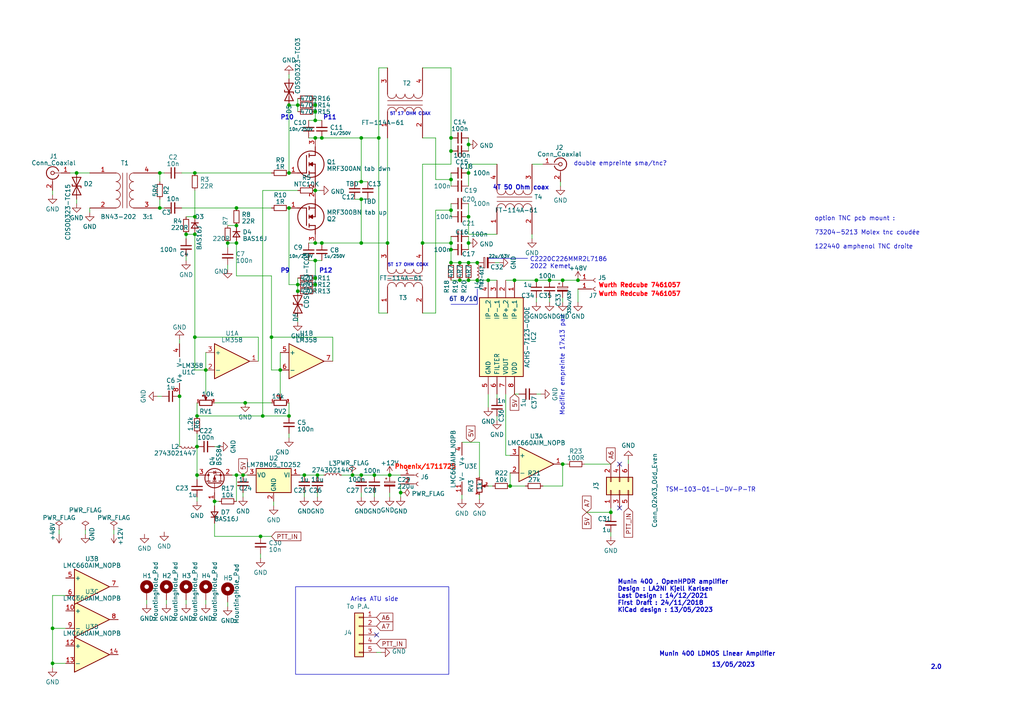
<source format=kicad_sch>
(kicad_sch (version 20230121) (generator eeschema)
  (paper "A4")
  (junction (at 130.81 52.07))
  (junction (at 135.89 50.165))
  (junction (at 130.81 72.39))
  (junction (at 86.36 82.55))
  (junction (at 130.81 40.005))
  (junction (at 163.195 134.62))
  (junction (at 86.36 84.455))
  (junction (at 83.82 30.48))
  (junction (at 91.44 80.645))
  (junction (at 52.07 114.935))
  (junction (at 138.43 76.2))
  (junction (at 57.15 129.54))
  (junction (at 83.82 60.325))
  (junction (at 46.355 60.325))
  (junction (at 70.485 137.795))
  (junction (at 130.81 60.96))
  (junction (at 78.74 97.79))
  (junction (at 104.775 70.485))
  (junction (at 66.04 70.485))
  (junction (at 104.775 40.005))
  (junction (at 113.03 137.795))
  (junction (at 135.89 62.865))
  (junction (at 133.35 81.28))
  (junction (at 93.345 70.485))
  (junction (at 177.165 148.59))
  (junction (at 122.555 70.485))
  (junction (at 81.28 107.315))
  (junction (at 147.955 140.97))
  (junction (at 116.205 142.875))
  (junction (at 68.58 70.485))
  (junction (at 91.44 75.565))
  (junction (at 68.58 60.325))
  (junction (at 59.69 107.315))
  (junction (at 130.81 76.2))
  (junction (at 108.585 137.795))
  (junction (at 83.82 120.65))
  (junction (at 91.44 40.005))
  (junction (at 56.515 50.165))
  (junction (at 57.15 120.65))
  (junction (at 56.515 97.79))
  (junction (at 135.89 70.485))
  (junction (at 91.44 82.55))
  (junction (at 86.36 30.48))
  (junction (at 109.855 40.005))
  (junction (at 83.82 50.165))
  (junction (at 141.605 81.28))
  (junction (at 68.58 137.795))
  (junction (at 56.515 62.865))
  (junction (at 76.2 120.65))
  (junction (at 91.44 32.385))
  (junction (at 22.225 50.165))
  (junction (at 91.44 34.925))
  (junction (at 62.23 145.415))
  (junction (at 53.975 67.945))
  (junction (at 75.565 155.575))
  (junction (at 71.12 116.84))
  (junction (at 159.385 81.28))
  (junction (at 138.43 81.28))
  (junction (at 91.44 30.48))
  (junction (at 46.355 50.165))
  (junction (at 92.075 137.795))
  (junction (at 104.775 52.705))
  (junction (at 135.89 41.91))
  (junction (at 68.58 65.405))
  (junction (at 112.395 70.485))
  (junction (at 130.81 43.815))
  (junction (at 149.225 81.28))
  (junction (at 133.35 76.2))
  (junction (at 102.235 137.795))
  (junction (at 88.265 137.795))
  (junction (at 104.775 137.795))
  (junction (at 56.515 67.945))
  (junction (at 91.44 55.245))
  (junction (at 91.44 70.485))
  (junction (at 167.64 81.28))
  (junction (at 93.345 40.005))
  (junction (at 15.24 182.245))
  (junction (at 155.575 81.28))
  (junction (at 15.24 192.405))
  (junction (at 135.89 81.28))
  (junction (at 104.775 57.785))
  (junction (at 163.195 81.28))
  (junction (at 57.15 137.795))
  (junction (at 130.81 70.485))
  (junction (at 135.89 76.2))
  (no_connect (at 179.705 134.62))
  (no_connect (at 179.705 147.32))
  (no_connect (at 109.22 184.15))
  (wire (pts (xy 92.075 137.795) (xy 93.98 137.795)))
  (wire (pts (xy 15.24 182.245) (xy 19.05 182.245)))
  (wire (pts (xy 76.2 55.245) (xy 76.2 120.65)))
  (wire (pts (xy 93.345 40.005) (xy 104.775 40.005)))
  (wire (pts (xy 154.305 67.945) (xy 154.305 69.215)))
  (wire (pts (xy 122.555 90.805) (xy 126.365 90.805)))
  (wire (pts (xy 57.15 129.54) (xy 57.15 137.795)))
  (wire (pts (xy 81.28 102.235) (xy 81.28 107.315)))
  (wire (pts (xy 56.515 97.79) (xy 56.515 107.315)))
  (wire (pts (xy 59.69 173.99) (xy 59.69 175.26)))
  (wire (pts (xy 122.555 19.685) (xy 130.81 19.685)))
  (wire (pts (xy 146.685 81.28) (xy 149.225 81.28)))
  (wire (pts (xy 163.195 134.62) (xy 164.465 134.62)))
  (wire (pts (xy 68.58 137.795) (xy 70.485 137.795)))
  (wire (pts (xy 177.165 149.225) (xy 177.165 148.59)))
  (wire (pts (xy 108.585 142.875) (xy 108.585 144.145)))
  (wire (pts (xy 46.355 50.165) (xy 46.355 52.705)))
  (wire (pts (xy 56.515 107.315) (xy 59.69 107.315)))
  (wire (pts (xy 66.04 65.405) (xy 68.58 65.405)))
  (wire (pts (xy 88.265 137.795) (xy 92.075 137.795)))
  (wire (pts (xy 86.36 82.55) (xy 86.36 84.455)))
  (wire (pts (xy 135.89 50.165) (xy 135.89 53.975)))
  (wire (pts (xy 56.515 97.79) (xy 74.93 97.79)))
  (wire (pts (xy 146.685 114.3) (xy 146.685 132.08)))
  (wire (pts (xy 144.145 114.3) (xy 144.145 115.57)))
  (wire (pts (xy 91.44 32.385) (xy 91.44 34.925)))
  (wire (pts (xy 162.56 52.705) (xy 162.56 53.975)))
  (wire (pts (xy 102.87 57.785) (xy 104.775 57.785)))
  (wire (pts (xy 91.44 30.48) (xy 91.44 32.385)))
  (wire (pts (xy 52.07 98.425) (xy 52.07 99.695)))
  (wire (pts (xy 59.69 107.315) (xy 59.69 114.3)))
  (wire (pts (xy 53.975 67.945) (xy 53.975 69.215)))
  (wire (pts (xy 62.23 129.54) (xy 63.5 129.54)))
  (wire (pts (xy 96.52 104.775) (xy 96.52 97.79)))
  (wire (pts (xy 66.04 70.485) (xy 66.04 71.755)))
  (wire (pts (xy 48.26 173.99) (xy 48.26 175.26)))
  (wire (pts (xy 15.24 172.72) (xy 15.24 182.245)))
  (wire (pts (xy 163.195 140.97) (xy 157.48 140.97)))
  (wire (pts (xy 135.89 47.625) (xy 144.145 47.625)))
  (wire (pts (xy 75.565 155.575) (xy 78.74 155.575)))
  (wire (pts (xy 130.81 68.58) (xy 130.81 70.485)))
  (wire (pts (xy 52.705 60.325) (xy 68.58 60.325)))
  (wire (pts (xy 24.765 153.67) (xy 24.765 154.94)))
  (wire (pts (xy 86.36 80.645) (xy 86.36 82.55)))
  (wire (pts (xy 62.23 155.575) (xy 75.565 155.575)))
  (wire (pts (xy 89.535 70.485) (xy 91.44 70.485)))
  (wire (pts (xy 81.28 107.315) (xy 81.28 114.3)))
  (wire (pts (xy 68.58 145.415) (xy 68.58 137.795)))
  (wire (pts (xy 17.145 153.67) (xy 17.145 154.94)))
  (wire (pts (xy 79.375 145.415) (xy 79.375 146.685)))
  (wire (pts (xy 57.15 120.65) (xy 57.15 116.84)))
  (wire (pts (xy 130.81 60.96) (xy 130.81 62.865)))
  (wire (pts (xy 135.89 70.485) (xy 135.89 72.39)))
  (wire (pts (xy 104.775 137.795) (xy 108.585 137.795)))
  (wire (pts (xy 126.365 90.805) (xy 126.365 60.96)))
  (wire (pts (xy 130.81 59.055) (xy 130.81 60.96)))
  (wire (pts (xy 76.2 120.65) (xy 57.15 120.65)))
  (wire (pts (xy 83.82 30.48) (xy 83.82 50.165)))
  (wire (pts (xy 93.345 70.485) (xy 104.775 70.485)))
  (wire (pts (xy 141.605 114.3) (xy 141.605 118.11)))
  (wire (pts (xy 163.195 86.36) (xy 163.195 87.63)))
  (wire (pts (xy 144.145 120.65) (xy 144.145 121.92)))
  (wire (pts (xy 141.605 140.97) (xy 142.875 140.97)))
  (wire (pts (xy 163.195 134.62) (xy 163.195 140.97)))
  (wire (pts (xy 22.225 57.785) (xy 22.225 59.055)))
  (wire (pts (xy 91.44 34.925) (xy 93.345 34.925)))
  (wire (pts (xy 126.365 60.96) (xy 130.81 60.96)))
  (wire (pts (xy 112.395 70.485) (xy 112.395 40.005)))
  (polyline (pts (xy 141.605 74.93) (xy 153.035 74.93)))
  (wire (pts (xy 139.065 143.51) (xy 139.065 144.78)))
  (wire (pts (xy 130.81 19.685) (xy 130.81 40.005)))
  (wire (pts (xy 135.89 59.055) (xy 135.89 62.865)))
  (wire (pts (xy 122.555 70.485) (xy 130.81 70.485)))
  (wire (pts (xy 83.82 120.65) (xy 76.2 120.65)))
  (wire (pts (xy 78.74 80.01) (xy 78.74 97.79)))
  (wire (pts (xy 91.44 75.565) (xy 93.345 75.565)))
  (wire (pts (xy 42.545 173.99) (xy 42.545 175.26)))
  (wire (pts (xy 159.385 86.36) (xy 159.385 87.63)))
  (wire (pts (xy 149.225 114.3) (xy 150.495 114.3)))
  (wire (pts (xy 53.975 74.295) (xy 53.975 75.565)))
  (wire (pts (xy 88.265 142.875) (xy 88.265 144.145)))
  (wire (pts (xy 139.065 128.27) (xy 133.985 128.27)))
  (wire (pts (xy 22.225 50.165) (xy 26.035 50.165)))
  (wire (pts (xy 155.575 114.3) (xy 156.845 114.3)))
  (wire (pts (xy 133.35 76.2) (xy 135.89 76.2)))
  (wire (pts (xy 104.775 52.705) (xy 106.68 52.705)))
  (wire (pts (xy 15.24 182.245) (xy 15.24 192.405)))
  (wire (pts (xy 68.58 70.485) (xy 68.58 80.01)))
  (wire (pts (xy 91.44 80.645) (xy 91.44 82.55)))
  (wire (pts (xy 56.515 50.165) (xy 78.74 50.165)))
  (wire (pts (xy 130.81 52.07) (xy 130.81 53.975)))
  (wire (pts (xy 99.06 137.795) (xy 102.235 137.795)))
  (wire (pts (xy 154.305 47.625) (xy 157.48 47.625)))
  (wire (pts (xy 20.32 50.165) (xy 22.225 50.165)))
  (wire (pts (xy 46.355 57.785) (xy 46.355 60.325)))
  (wire (pts (xy 130.81 40.005) (xy 130.81 43.815)))
  (wire (pts (xy 46.355 50.165) (xy 47.625 50.165)))
  (wire (pts (xy 83.82 125.73) (xy 83.82 127)))
  (wire (pts (xy 91.44 40.005) (xy 93.345 40.005)))
  (wire (pts (xy 53.975 62.865) (xy 56.515 62.865)))
  (wire (pts (xy 52.705 50.165) (xy 56.515 50.165)))
  (wire (pts (xy 62.23 145.415) (xy 63.5 145.415)))
  (wire (pts (xy 133.985 143.51) (xy 133.985 144.78)))
  (wire (pts (xy 141.605 81.28) (xy 144.145 81.28)))
  (wire (pts (xy 109.855 19.685) (xy 109.855 40.005)))
  (wire (pts (xy 138.43 81.28) (xy 141.605 81.28)))
  (wire (pts (xy 116.205 140.335) (xy 116.205 142.875)))
  (wire (pts (xy 53.975 67.945) (xy 56.515 67.945)))
  (wire (pts (xy 149.225 81.28) (xy 155.575 81.28)))
  (wire (pts (xy 130.81 70.485) (xy 130.81 72.39)))
  (wire (pts (xy 113.03 142.875) (xy 113.03 144.145)))
  (wire (pts (xy 78.74 107.315) (xy 81.28 107.315)))
  (wire (pts (xy 53.975 173.99) (xy 53.975 175.26)))
  (wire (pts (xy 155.575 86.36) (xy 155.575 87.63)))
  (wire (pts (xy 116.205 142.875) (xy 116.205 144.145)))
  (wire (pts (xy 135.89 62.865) (xy 135.89 67.945)))
  (wire (pts (xy 91.44 75.565) (xy 91.44 80.645)))
  (wire (pts (xy 26.035 60.325) (xy 26.035 61.595)))
  (wire (pts (xy 74.93 104.775) (xy 74.93 97.79)))
  (wire (pts (xy 130.81 43.815) (xy 130.81 47.625)))
  (wire (pts (xy 62.23 151.765) (xy 62.23 155.575)))
  (wire (pts (xy 91.44 82.55) (xy 91.44 84.455)))
  (wire (pts (xy 122.555 47.625) (xy 130.81 47.625)))
  (wire (pts (xy 83.82 30.48) (xy 86.36 30.48)))
  (wire (pts (xy 33.02 153.67) (xy 33.02 154.94)))
  (wire (pts (xy 86.36 30.48) (xy 86.36 32.385)))
  (wire (pts (xy 52.07 114.935) (xy 52.07 129.54)))
  (wire (pts (xy 143.51 76.2) (xy 144.78 76.2)))
  (wire (pts (xy 83.82 116.84) (xy 83.82 120.65)))
  (wire (pts (xy 146.685 132.08) (xy 147.955 132.08)))
  (wire (pts (xy 109.855 90.805) (xy 112.395 90.805)))
  (wire (pts (xy 104.775 142.875) (xy 104.775 144.145)))
  (wire (pts (xy 133.35 81.28) (xy 135.89 81.28)))
  (wire (pts (xy 83.82 22.86) (xy 83.82 21.59)))
  (wire (pts (xy 89.535 40.005) (xy 91.44 40.005)))
  (wire (pts (xy 75.565 160.655) (xy 75.565 161.925)))
  (wire (pts (xy 86.36 28.575) (xy 86.36 30.48)))
  (wire (pts (xy 122.555 40.005) (xy 126.365 40.005)))
  (wire (pts (xy 68.58 60.325) (xy 78.74 60.325)))
  (wire (pts (xy 108.585 137.795) (xy 113.03 137.795)))
  (wire (pts (xy 70.485 142.875) (xy 70.485 144.145)))
  (wire (pts (xy 86.36 92.075) (xy 86.36 93.345)))
  (wire (pts (xy 89.535 34.925) (xy 91.44 34.925)))
  (wire (pts (xy 144.145 67.945) (xy 135.89 67.945)))
  (wire (pts (xy 86.36 82.55) (xy 83.82 82.55)))
  (wire (pts (xy 109.855 40.005) (xy 109.855 90.805)))
  (wire (pts (xy 167.64 83.82) (xy 167.64 87.63)))
  (wire (pts (xy 91.44 55.245) (xy 92.71 55.245)))
  (wire (pts (xy 135.89 76.2) (xy 138.43 76.2)))
  (wire (pts (xy 86.995 137.795) (xy 88.265 137.795)))
  (wire (pts (xy 91.44 70.485) (xy 93.345 70.485)))
  (wire (pts (xy 89.535 75.565) (xy 91.44 75.565)))
  (wire (pts (xy 71.12 116.84) (xy 78.74 116.84)))
  (wire (pts (xy 130.81 76.2) (xy 133.35 76.2)))
  (wire (pts (xy 104.775 70.485) (xy 112.395 70.485)))
  (wire (pts (xy 104.775 57.785) (xy 106.68 57.785)))
  (wire (pts (xy 19.05 172.72) (xy 15.24 172.72)))
  (wire (pts (xy 102.87 52.705) (xy 104.775 52.705)))
  (wire (pts (xy 130.81 72.39) (xy 130.81 76.2)))
  (wire (pts (xy 66.04 174.625) (xy 66.04 175.895)))
  (wire (pts (xy 177.165 154.305) (xy 177.165 155.575)))
  (wire (pts (xy 135.89 81.28) (xy 138.43 81.28)))
  (wire (pts (xy 155.575 81.28) (xy 159.385 81.28)))
  (wire (pts (xy 104.775 57.785) (xy 104.775 70.485)))
  (wire (pts (xy 70.485 137.795) (xy 71.755 137.795)))
  (wire (pts (xy 96.52 97.79) (xy 78.74 97.79)))
  (wire (pts (xy 57.15 144.145) (xy 57.15 145.415)))
  (wire (pts (xy 46.99 114.935) (xy 45.72 114.935)))
  (wire (pts (xy 113.03 137.795) (xy 116.205 137.795)))
  (wire (pts (xy 152.4 140.97) (xy 147.955 140.97)))
  (wire (pts (xy 159.385 81.28) (xy 163.195 81.28)))
  (wire (pts (xy 102.235 137.795) (xy 104.775 137.795)))
  (wire (pts (xy 66.04 70.485) (xy 68.58 70.485)))
  (wire (pts (xy 163.195 81.28) (xy 167.64 81.28)))
  (wire (pts (xy 92.075 142.875) (xy 92.075 144.145)))
  (wire (pts (xy 104.775 40.005) (xy 104.775 52.705)))
  (wire (pts (xy 126.365 52.07) (xy 130.81 52.07)))
  (wire (pts (xy 135.89 50.165) (xy 135.89 47.625)))
  (wire (pts (xy 177.165 148.59) (xy 177.165 147.32)))
  (wire (pts (xy 169.545 134.62) (xy 177.165 134.62)))
  (wire (pts (xy 68.58 80.01) (xy 78.74 80.01)))
  (polyline (pts (xy 130.81 88.265) (xy 138.43 88.265)))
  (wire (pts (xy 135.89 41.91) (xy 135.89 43.815)))
  (wire (pts (xy 126.365 40.005) (xy 126.365 52.07)))
  (wire (pts (xy 147.955 140.97) (xy 147.955 137.16)))
  (wire (pts (xy 83.82 60.325) (xy 83.82 82.55)))
  (wire (pts (xy 57.15 125.73) (xy 57.15 129.54)))
  (wire (pts (xy 130.81 50.165) (xy 130.81 52.07)))
  (wire (pts (xy 139.065 138.43) (xy 139.065 128.27)))
  (wire (pts (xy 109.855 19.685) (xy 112.395 19.685)))
  (wire (pts (xy 46.355 60.325) (xy 47.625 60.325)))
  (wire (pts (xy 62.23 116.84) (xy 71.12 116.84)))
  (wire (pts (xy 68.58 137.795) (xy 67.31 137.795)))
  (wire (pts (xy 122.555 70.485) (xy 122.555 47.625)))
  (wire (pts (xy 86.36 55.245) (xy 76.2 55.245)))
  (wire (pts (xy 57.15 137.795) (xy 57.15 139.065)))
  (wire (pts (xy 135.89 40.005) (xy 135.89 41.91)))
  (wire (pts (xy 91.44 28.575) (xy 91.44 30.48)))
  (wire (pts (xy 56.515 67.945) (xy 56.515 97.79)))
  (wire (pts (xy 170.18 148.59) (xy 177.165 148.59)))
  (wire (pts (xy 56.515 55.245) (xy 56.515 62.865)))
  (wire (pts (xy 59.69 102.235) (xy 59.69 107.315)))
  (wire (pts (xy 62.23 145.415) (xy 62.23 146.685)))
  (wire (pts (xy 130.81 81.28) (xy 133.35 81.28)))
  (wire (pts (xy 66.04 76.835) (xy 66.04 78.105)))
  (wire (pts (xy 15.24 55.245) (xy 15.24 56.515)))
  (wire (pts (xy 135.89 68.58) (xy 135.89 70.485)))
  (wire (pts (xy 15.24 192.405) (xy 19.05 192.405)))
  (wire (pts (xy 110.49 189.23) (xy 109.22 189.23)))
  (wire (pts (xy 182.245 134.62) (xy 182.245 133.35)))
  (polyline (pts (xy 138.43 83.82) (xy 138.43 88.265)))
  (wire (pts (xy 78.74 97.79) (xy 78.74 107.315)))
  (wire (pts (xy 15.24 192.405) (xy 15.24 193.675)))
  (wire (pts (xy 104.775 40.005) (xy 109.855 40.005)))
  (rectangle (start 85.725 170.18) (end 130.175 195.58))
  (text "5T 17 OHM COAX" (at 113.03 33.655 0) (effects (font (size 0.9 0.9) (thickness 0.18) bold) (justify left bottom)))
  (text "Modifier empreinte 17x13 pad" (at 163.83 120.65 90) (effects (font (size 1.27 1.27)) (justify left bottom)))
  (text "Aries ATU side" (at 101.6 174.625 0) (effects (font (size 1.27 1.27)) (justify left bottom)))
  (text "13/05/2023" (at 206.375 193.675 0) (effects (font (size 1.27 1.27) bold) (justify left bottom)))
  (text "Munin 400 , OpenHPDR amplifier\nDesign : LA2NI Kjell Karlsen\nLast Design : 14/12/2021\nFirst Draft : 24/11/2018\nKiCad design : 13/05/2023\n" (at 179.07 177.8 0) (effects (font (size 1.27 1.27) bold) (justify left bottom)))
  (text "5T 17 OHM COAX" (at 112.395 77.47 0) (effects (font (size 0.9 0.9) (thickness 0.18) bold) (justify left bottom)))
  (text "2.0\n" (at 269.875 194.31 0) (effects (font (size 1.27 1.27) bold) (justify left bottom)))
  (text "TSM-103-01-L-DV-P-TR" (at 193.04 142.875 0) (effects (font (size 1.27 1.27)) (justify left bottom)))
  (text "Munin 400 LDMOS Linear Amplifier" (at 191.135 190.5 0) (effects (font (size 1.27 1.27) bold) (justify left bottom)))
  (text "P9         P12" (at 81.28 79.375 0) (effects (font (size 1.27 1.27) (thickness 0.254) bold) (justify left bottom)))
  (text "6T 8/10" (at 130.175 87.63 0) (effects (font (size 1.27 1.27) (thickness 0.254) bold) (justify left bottom)))
  (text "option TNC pcb mount : \n\n73204-5213 Molex tnc coudée \n\n122440 amphenol TNC droite" (at 236.22 72.39 0) (effects (font (size 1.27 1.27)) (justify left bottom)))
  (text "P10         P11" (at 81.28 34.925 0) (effects (font (size 1.27 1.27) (thickness 0.254) bold) (justify left bottom)))
  (text "double empreinte sma/tnc? \n" (at 166.37 48.26 0) (effects (font (size 1.27 1.27)) (justify left bottom)))
  (text "4T 50 Ohm coax" (at 142.875 55.245 0) (effects (font (size 1.27 1.27) bold) (justify left bottom)))
  (text "C2220C226MMR2L7186\n2022 Kemet" (at 153.67 78.105 0) (effects (font (size 1.27 1.27)) (justify left bottom)))
  (global_label "5V" (shape input) (at 170.18 148.59 270) (property "Intersheetrefs" "${INTERSHEET_REFS}" (effects hide)))
  (global_label "5V" (shape input) (at 149.225 114.3 270) (property "Intersheetrefs" "${INTERSHEET_REFS}" (effects hide)))
  (global_label "A7" (shape input) (at 109.22 181.61 0) (property "Intersheetrefs" "${INTERSHEET_REFS}" (effects hide)))
  (global_label "A6" (shape input) (at 109.22 179.07 0) (property "Intersheetrefs" "${INTERSHEET_REFS}" (effects hide)))
  (global_label "A6" (shape input) (at 177.165 134.62 90) (property "Intersheetrefs" "${INTERSHEET_REFS}" (effects hide)))
  (global_label "5V" (shape input) (at 136.525 128.27 90) (property "Intersheetrefs" "${INTERSHEET_REFS}" (effects hide)))
  (global_label "PTT_IN" (shape input) (at 109.22 186.69 0) (property "Intersheetrefs" "${INTERSHEET_REFS}" (effects hide)))
  (global_label "PTT_IN" (shape input) (at 182.245 147.32 270) (property "Intersheetrefs" "${INTERSHEET_REFS}" (effects hide)))
  (global_label "5V" (shape input) (at 70.485 137.795 90) (property "Intersheetrefs" "${INTERSHEET_REFS}" (effects hide)))
  (global_label "PTT_IN" (shape input) (at 78.74 155.575 0) (property "Intersheetrefs" "${INTERSHEET_REFS}" (effects hide)))
  (global_label "A7" (shape input) (at 170.18 148.59 90) (property "Intersheetrefs" "${INTERSHEET_REFS}" (effects hide)))
  (symbol (lib_id "Connector:Conn_01x01_Socket") (at 172.72 83.82 0) (unit 1)
    (property "Reference" "J7" (at 170.815 85.725 0) (effects (justify left)))
    (property "Value" "Wurth Redcube 7461057" (at 173.4312 85.1425 0) (effects (font bold) (justify left)))
    (property "Footprint" "7461057:7461057" (effects hide))
  )
  (symbol (lib_id "Device:D_Small") (at 68.58 67.945 270) (unit 1)
    (property "Reference" "D4" (at 70.358 67.3013 90) (effects (justify left)))
    (property "Value" "BAS16J" (at 70.358 69.2223 90) (effects (justify left)))
    (property "Footprint" "Diode_SMD:D_SOD-323_HandSoldering" (effects hide))
    (property "Sim.Device" "D" (effects hide))
    (property "Sim.Pins" "1=K 2=A" (effects hide))
  )
  (symbol (lib_id "Device:C_Polarized_Small") (at 113.03 140.335 0) (unit 1)
    (property "Reference" "C29" (at 115.189 139.1452 0) (effects (justify left)))
    (property "Value" "220u" (at 115.189 141.0662 0) (effects (justify left)))
    (property "Footprint" "Capacitor_SMD:C_Elec_8x10.2" (effects hide))
  )
  (symbol (lib_id "Device:C_Small") (at 108.585 140.335 0) (unit 1)
    (property "Reference" "C28" (at 105.41 142.24 0) (effects (justify left)))
    (property "Value" "100n" (at 105.41 136.525 0) (effects (justify left)))
    (property "Footprint" "Capacitor_SMD:C_0805_2012Metric_Pad1.18x1.45mm_HandSolder" (effects hide))
  )
  (symbol (lib_id "Device:R_Small") (at 88.9 80.645 90) (unit 1)
    (property "Reference" "R11" (at 93.98 80.645 90))
    (property "Value" "470R" (at 89.535 80.645 90))
    (property "Footprint" "Resistor_feedB:R_Axial_DIN0414_L11.9mm_D4.5mm_P25.40mm_Horizontal" (effects hide))
  )
  (symbol (lib_id "Amplifier_Operational:TL074") (at 26.67 170.18 0) (unit 2)
    (property "Reference" "U3" (at 26.67 162.0901 0))
    (property "Value" "LMC660AIM_NOPB" (at 26.67 164.0111 0))
    (property "Footprint" "Package_SO:SOIC-14_3.9x8.7mm_P1.27mm" (effects hide))
    (property "Datasheet" "http://www.ti.com/lit/ds/symlink/tl071.pdf" (effects hide))
  )
  (symbol (lib_id "MRF300AN:MRF300AN") (at 83.82 50.165 0) (unit 1)
    (property "Reference" "Q1" (at 94.742 46.9813 0) (effects (justify left)))
    (property "Value" "MRF300AN tab dwn" (at 94.742 48.9023 0) (effects (justify left)))
    (property "Footprint" "MRF300AN:TO-247-3_Horizontal_TabDown" (effects hide))
    (property "Datasheet" "http://www.nxp.com/docs/en/data-sheet/MRF300AN.pdf" (effects hide))
    (property "Height" "5.21" (effects hide))
    (property "Mouser Part Number" "771-MRF300AN" (effects hide))
    (property "Mouser Price/Stock" "https://www.mouser.co.uk/ProductDetail/NXP-Semiconductors/MRF300AN?qs=y6ZabgHbY%252ByXQNig6kaSKw%3D%3D" (effects hide))
    (property "Manufacturer_Name" "NXP" (effects hide))
    (property "Manufacturer_Part_Number" "MRF300AN" (effects hide))
  )
  (symbol (lib_id "Connector:Conn_01x02_Socket") (at 121.285 137.795 0) (unit 1)
    (property "Reference" "J6" (at 121.9962 138.3335 0) (effects (justify left)))
    (property "Value" "Phoenix/1711725" (at 114.3 135.255 0) (effects (font (size 1.3 1.3) bold) (justify left)))
    (property "Footprint" "1711725:1711725" (effects hide))
  )
  (symbol (lib_id "Amplifier_Operational:TL074") (at 26.67 179.705 0) (unit 3)
    (property "Reference" "U3" (at 26.67 171.6151 0))
    (property "Value" "LMC660AIM_NOPB" (at 26.67 173.5361 0))
    (property "Footprint" "Package_SO:SOIC-14_3.9x8.7mm_P1.27mm" (effects hide))
    (property "Datasheet" "http://www.ti.com/lit/ds/symlink/tl071.pdf" (effects hide))
  )
  (symbol (lib_id "Device:C_Small") (at 104.775 140.335 0) (unit 1)
    (property "Reference" "C27" (at 100.33 142.24 0) (effects (justify left)))
    (property "Value" "100n" (at 100.965 139.065 0) (effects (justify left)))
    (property "Footprint" "Capacitor_SMD:C_0805_2012Metric_Pad1.18x1.45mm_HandSolder" (effects hide))
  )
  (symbol (lib_id "power:GND") (at 24.765 154.94 0) (unit 1)
    (property "Reference" "#PWR032" (effects hide))
    (property "Value" "GND" (at 26.67 154.94 90))
  )
  (symbol (lib_id "Mechanical:MountingHole_Pad") (at 59.69 171.45 0) (unit 1)
    (property "Reference" "H4" (at 58.42 167.005 0) (effects (justify left)))
    (property "Value" "MountingHole_Pad" (at 62.23 180.34 90) (effects (justify left)))
    (property "Footprint" "MountingHole:MountingHole_3.5mm_Pad_TopBottom" (effects hide))
  )
  (symbol (lib_id "power:GND") (at 88.265 144.145 0) (unit 1)
    (property "Reference" "#PWR023" (effects hide))
    (property "Value" "GND" (at 88.265 148.2805 0))
  )
  (symbol (lib_id "Device:R_Small") (at 88.9 84.455 90) (unit 1)
    (property "Reference" "R13" (at 93.98 84.455 90))
    (property "Value" "470R" (at 89.535 84.455 90))
    (property "Footprint" "Resistor_feedB:R_Axial_DIN0414_L11.9mm_D4.5mm_P25.40mm_Horizontal" (effects hide))
  )
  (symbol (lib_id "Device:C_Small") (at 177.165 151.765 0) (unit 1)
    (property "Reference" "C31" (at 173.355 150.495 0) (effects (justify left)))
    (property "Value" "1u" (at 174.625 153.67 0) (effects (justify left)))
    (property "Footprint" "Capacitor_SMD:C_0805_2012Metric_Pad1.18x1.45mm_HandSolder" (effects hide))
  )
  (symbol (lib_id "power:PWR_FLAG") (at 24.765 153.67 0) (unit 1)
    (property "Reference" "#FLG02" (effects hide))
    (property "Value" "PWR_FLAG" (at 24.765 147.955 0))
  )
  (symbol (lib_id "Amplifier_Operational:LM358") (at 88.9 104.775 0) (unit 2)
    (property "Reference" "U1" (at 88.9 96.6851 0))
    (property "Value" "LM358" (at 88.9 98.6061 0))
    (property "Footprint" "Package_SO:SOIC-8_3.9x4.9mm_P1.27mm" (effects hide))
    (property "Datasheet" "http://www.ti.com/lit/ds/symlink/lm2904-n.pdf" (effects hide))
  )
  (symbol (lib_id "Device:C_Small") (at 144.145 118.11 0) (unit 1)
    (property "Reference" "C36" (at 145.415 122.555 90) (effects (justify left)))
    (property "Value" "1n" (at 144.145 116.205 0) (effects (justify left)))
    (property "Footprint" "Capacitor_SMD:C_0805_2012Metric_Pad1.18x1.45mm_HandSolder" (effects hide))
  )
  (symbol (lib_id "Device:R_Small") (at 68.58 62.865 0) (unit 1)
    (property "Reference" "R8" (at 70.0786 62.2213 0) (effects (justify left)))
    (property "Value" "22R" (at 70.0786 64.1423 0) (effects (justify left)))
    (property "Footprint" "Resistor_SMD:R_0805_2012Metric_Pad1.20x1.40mm_HandSolder" (effects hide))
  )
  (symbol (lib_id "Amplifier_Operational:TL074") (at 136.525 135.89 0) (unit 5)
    (property "Reference" "U3" (at 134.62 135.2463 0) (effects (justify left)))
    (property "Value" "LMC660AIM_NOPB" (at 131.445 141.605 90) (effects (justify left)))
    (property "Footprint" "Package_SO:SOIC-14_3.9x8.7mm_P1.27mm" (effects hide))
    (property "Datasheet" "http://www.ti.com/lit/ds/symlink/tl071.pdf" (effects hide))
  )
  (symbol (lib_id "power:GND") (at 71.12 116.84 0) (unit 1)
    (property "Reference" "#PWR010" (effects hide))
    (property "Value" "GND" (at 71.12 120.9755 0))
  )
  (symbol (lib_id "Device:C_Small") (at 133.35 68.58 90) (unit 1)
    (property "Reference" "C16" (at 133.985 67.31 90))
    (property "Value" "100n" (at 139.065 67.945 90))
    (property "Footprint" "Capacitor_SMD:C_1812_4532Metric_Pad1.57x3.40mm_HandSolder" (effects hide))
  )
  (symbol (lib_id "power:GND") (at 162.56 53.975 0) (mirror y) (unit 1)
    (property "Reference" "#PWR02" (effects hide))
    (property "Value" "GND" (at 162.56 58.1105 0))
  )
  (symbol (lib_id "Device:C_Small") (at 133.35 53.975 90) (unit 1)
    (property "Reference" "C19" (at 136.525 55.245 90))
    (property "Value" "100n" (at 128.27 53.975 90))
    (property "Footprint" "Capacitor_SMD:C_1812_4532Metric_Pad1.57x3.40mm_HandSolder" (effects hide))
  )
  (symbol (lib_id "power:GND") (at 75.565 161.925 0) (unit 1)
    (property "Reference" "#PWR029" (effects hide))
    (property "Value" "GND" (at 75.565 166.0605 0))
  )
  (symbol (lib_id "Amplifier_Operational:TL074") (at 155.575 134.62 0) (unit 1)
    (property "Reference" "U3" (at 155.575 126.5301 0))
    (property "Value" "LMC660AIM_NOPB" (at 155.575 128.4511 0))
    (property "Footprint" "Package_SO:SOIC-14_3.9x8.7mm_P1.27mm" (effects hide))
    (property "Datasheet" "http://www.ti.com/lit/ds/symlink/tl071.pdf" (effects hide))
  )
  (symbol (lib_id "power:PWR_FLAG") (at 17.145 153.67 0) (unit 1)
    (property "Reference" "#FLG03" (effects hide))
    (property "Value" "PWR_FLAG" (at 17.145 150.1681 0))
  )
  (symbol (lib_id "Device:C_Small") (at 153.035 114.3 90) (unit 1)
    (property "Reference" "C37" (at 154.94 118.745 0) (effects (justify left)))
    (property "Value" "1u" (at 151.765 118.11 0) (effects (justify left)))
    (property "Footprint" "Capacitor_SMD:C_0805_2012Metric_Pad1.18x1.45mm_HandSolder" (effects hide))
  )
  (symbol (lib_id "Device:C_Small") (at 66.04 74.295 0) (unit 1)
    (property "Reference" "C7" (at 68.3641 73.6576 0) (effects (justify left)))
    (property "Value" "100n" (at 68.3641 75.5786 0) (effects (justify left)))
    (property "Footprint" "Capacitor_SMD:C_0805_2012Metric_Pad1.18x1.45mm_HandSolder" (effects hide))
  )
  (symbol (lib_id "power:GND") (at 41.91 154.94 0) (unit 1)
    (property "Reference" "#PWR04" (effects hide))
    (property "Value" "GND" (at 41.91 159.0755 0))
  )
  (symbol (lib_id "power:PWR_FLAG") (at 33.02 153.67 0) (unit 1)
    (property "Reference" "#FLG01" (effects hide))
    (property "Value" "PWR_FLAG" (at 33.02 150.1681 0))
  )
  (symbol (lib_id "power:PWR_FLAG") (at 116.205 142.875 270) (unit 1)
    (property "Reference" "#FLG05" (effects hide))
    (property "Value" "PWR_FLAG" (at 119.38 143.1918 90) (effects (justify left)))
  )
  (symbol (lib_id "power:GND") (at 155.575 87.63 0) (unit 1)
    (property "Reference" "#PWR040" (effects hide))
    (property "Value" "GND" (at 155.575 91.7655 0))
  )
  (symbol (lib_id "Device:R_Small") (at 88.9 55.245 90) (unit 1)
    (property "Reference" "R5" (at 88.9 51.4985 90))
    (property "Value" "NTC10K" (at 88.9 53.4195 90))
    (property "Footprint" "Resistor_SMD:R_MELF_MMB-0207" (effects hide))
  )
  (symbol (lib_id "Device:R_Small") (at 154.94 140.97 90) (unit 1)
    (property "Reference" "R21" (at 154.94 137.2235 90))
    (property "Value" "27k" (at 154.94 139.1445 90))
    (property "Footprint" "Resistor_SMD:R_0805_2012Metric_Pad1.20x1.40mm_HandSolder" (effects hide))
  )
  (symbol (lib_id "Device:C_Small") (at 133.35 72.39 90) (unit 1)
    (property "Reference" "C17" (at 135.89 73.66 90))
    (property "Value" "100n" (at 128.27 72.39 90))
    (property "Footprint" "Capacitor_SMD:C_1812_4532Metric_Pad1.57x3.40mm_HandSolder" (effects hide))
  )
  (symbol (lib_id "Device:L_Small") (at 54.61 129.54 90) (mirror x) (unit 1)
    (property "Reference" "L2" (at 50.8 129.54 90))
    (property "Value" "2743021447" (at 50.8 131.445 90))
    (property "Footprint" "Fair-Rite_2743021447:Fair-Rite_2743021447" (effects hide))
  )
  (symbol (lib_id "Device:R_Small") (at 88.9 30.48 90) (unit 1)
    (property "Reference" "R14" (at 93.98 30.48 90))
    (property "Value" "470R" (at 89.535 30.48 90))
    (property "Footprint" "Resistor_feedB:R_Axial_DIN0414_L11.9mm_D4.5mm_P25.40mm_Horizontal" (effects hide))
  )
  (symbol (lib_id "Device:C_Small") (at 133.35 59.055 90) (unit 1)
    (property "Reference" "C20" (at 135.89 57.785 90))
    (property "Value" "100n" (at 139.7 59.055 90))
    (property "Footprint" "Capacitor_SMD:C_1812_4532Metric_Pad1.57x3.40mm_HandSolder" (effects hide))
  )
  (symbol (lib_id "Device:R_Small") (at 88.9 82.55 90) (unit 1)
    (property "Reference" "R12" (at 93.98 82.55 90))
    (property "Value" "470R" (at 89.535 82.55 90))
    (property "Footprint" "Resistor_feedB:R_Axial_DIN0414_L11.9mm_D4.5mm_P25.40mm_Horizontal" (effects hide))
  )
  (symbol (lib_id "Device:C_Polarized_Small") (at 163.195 83.82 0) (unit 1)
    (property "Reference" "C33" (at 161.925 86.995 90))
    (property "Value" "330u/63V" (at 165.1 87.63 90) (effects (font (size 0.9 0.9))))
    (property "Footprint" "Capacitor_SMD:CP_Elec_18x17.5" (effects hide))
  )
  (symbol (lib_id "power:GND") (at 66.04 78.105 0) (unit 1)
    (property "Reference" "#PWR013" (effects hide))
    (property "Value" "GND" (at 64.135 78.74 0))
  )
  (symbol (lib_id "Device:C_Small") (at 102.87 55.245 180) (unit 1)
    (property "Reference" "C12" (at 99.06 57.15 0) (effects (justify right)))
    (property "Value" "TBD" (at 100.33 53.34 0) (effects (justify right)))
    (property "Footprint" "Capacitor_SMD:C_1812_4532Metric_Pad1.57x3.40mm_HandSolder" (effects hide))
  )
  (symbol (lib_id "Device:C_Small") (at 106.68 55.245 180) (unit 1)
    (property "Reference" "C13" (at 106.68 53.34 0) (effects (justify right)))
    (property "Value" "TBD" (at 105.41 58.42 0) (effects (justify right)))
    (property "Footprint" "Capacitor_SMD:C_1812_4532Metric_Pad1.57x3.40mm_HandSolder" (effects hide))
  )
  (symbol (lib_id "Connector:Conn_01x01_Socket") (at 172.72 81.28 0) (unit 1)
    (property "Reference" "J5" (at 173.4312 80.5625 0) (effects (justify left)))
    (property "Value" "Wurth Redcube 7461057" (at 173.4312 82.6025 0) (effects (font bold) (justify left)))
    (property "Footprint" "7461057:7461057" (effects hide))
  )
  (symbol (lib_name "Transformer_1P_1S_1") (lib_id "Device:Transformer_1P_1S") (at 117.475 29.845 90) (unit 1)
    (property "Reference" "T2" (at 116.8186 24.13 90) (effects (justify right)))
    (property "Value" "FT-114A-61" (at 104.775 35.56 90) (effects (justify right)))
    (property "Footprint" "FT114A:FT114A-61" (effects hide))
  )
  (symbol (lib_id "power:GND") (at 70.485 144.145 0) (unit 1)
    (property "Reference" "#PWR022" (effects hide))
    (property "Value" "GND" (at 70.485 148.2805 0))
  )
  (symbol (lib_id "power:GND") (at 110.49 189.23 90) (unit 1)
    (property "Reference" "#PWR030" (effects hide))
    (property "Value" "GND" (at 113.6649 188.9132 90) (effects (justify right)))
  )
  (symbol (lib_id "power:GND") (at 26.035 61.595 0) (unit 1)
    (property "Reference" "#PWR07" (effects hide))
    (property "Value" "GND" (at 26.035 65.7305 0))
  )
  (symbol (lib_id "Device:C_Small") (at 49.53 114.935 270) (mirror x) (unit 1)
    (property "Reference" "C6" (at 49.5236 110.363 90))
    (property "Value" "1u" (at 49.5236 112.284 90))
    (property "Footprint" "Capacitor_SMD:C_0805_2012Metric_Pad1.18x1.45mm_HandSolder" (effects hide))
  )
  (symbol (lib_id "power:GND") (at 92.71 55.245 90) (unit 1)
    (property "Reference" "#PWR06" (effects hide))
    (property "Value" "GND" (at 95.885 55.5618 90) (effects (justify right)))
  )
  (symbol (lib_id "Amplifier_Operational:TL074") (at 26.67 189.865 0) (unit 4)
    (property "Reference" "U3" (at 26.67 181.7751 0))
    (property "Value" "LMC660AIM_NOPB" (at 26.67 183.6961 0))
    (property "Footprint" "Package_SO:SOIC-14_3.9x8.7mm_P1.27mm" (effects hide))
    (property "Datasheet" "http://www.ti.com/lit/ds/symlink/tl071.pdf" (effects hide))
  )
  (symbol (lib_id "Device:C_Small") (at 133.35 50.165 90) (unit 1)
    (property "Reference" "C18" (at 135.255 48.26 90))
    (property "Value" "100n" (at 139.7 50.165 90))
    (property "Footprint" "Capacitor_SMD:C_1812_4532Metric_Pad1.57x3.40mm_HandSolder" (effects hide))
  )
  (symbol (lib_id "Device:L_Small") (at 138.43 78.74 0) (mirror x) (unit 1)
    (property "Reference" "L4" (at 138.43 82.55 90))
    (property "Value" "FT82-61?" (at 139.7 80.645 90) (effects (font (size 0.9 0.9))))
    (property "Footprint" "T50:T50_V_smd" (effects hide))
  )
  (symbol (lib_id "Device:C_Small") (at 133.35 43.815 90) (unit 1)
    (property "Reference" "C15" (at 133.985 46.99 90))
    (property "Value" "100n" (at 133.985 45.085 90))
    (property "Footprint" "Capacitor_SMD:C_1812_4532Metric_Pad1.57x3.40mm_HandSolder" (effects hide))
  )
  (symbol (lib_id "Mechanical:MountingHole_Pad") (at 48.26 171.45 0) (unit 1)
    (property "Reference" "H2" (at 46.99 167.005 0) (effects (justify left)))
    (property "Value" "MountingHole_Pad" (at 50.8 180.34 90) (effects (justify left)))
    (property "Footprint" "MountingHole:MountingHole_3.5mm_Pad_TopBottom" (effects hide))
  )
  (symbol (lib_id "Transistor_FET:BSS84") (at 62.23 140.335 90) (unit 1)
    (property "Reference" "Q4" (at 61.5863 135.128 0) (effects (justify left)))
    (property "Value" "BSS84" (at 63.5073 135.128 0) (effects (justify left)))
    (property "Footprint" "Package_TO_SOT_SMD:SOT-23" (effects hide))
    (property "Datasheet" "http://assets.nexperia.com/documents/data-sheet/BSS84.pdf" (effects hide))
  )
  (symbol (lib_id "Device:C_Polarized_Small") (at 140.97 76.2 90) (unit 1)
    (property "Reference" "C32" (at 144.145 77.47 90))
    (property "Value" "22u/63V" (at 144.78 74.295 90) (effects (font (size 0.9 0.9))))
    (property "Footprint" "Capacitor_SMD:C_2220_5650Metric_Pad1.97x5.40mm_HandSolder" (effects hide))
  )
  (symbol (lib_id "power:GND") (at 144.145 121.92 0) (unit 1)
    (property "Reference" "#PWR045" (effects hide))
    (property "Value" "GND" (at 144.145 126.0555 0))
  )
  (symbol (lib_id "MRF300AN:MRF300AN") (at 83.82 60.325 0) (mirror x) (unit 1)
    (property "Reference" "Q2" (at 94.742 63.5087 0) (effects (justify left)))
    (property "Value" "MRF300BN tab up" (at 94.742 61.5877 0) (effects (justify left)))
    (property "Footprint" "MRF300BN:TO-247-3_Horizontal_TabUp" (effects hide))
    (property "Datasheet" "http://www.nxp.com/docs/en/data-sheet/MRF300AN.pdf" (effects hide))
    (property "Height" "5.21" (effects hide))
    (property "Mouser Part Number" "771-MRF300AN" (effects hide))
    (property "Mouser Price/Stock" "https://www.mouser.co.uk/ProductDetail/NXP-Semiconductors/MRF300AN?qs=y6ZabgHbY%252ByXQNig6kaSKw%3D%3D" (effects hide))
    (property "Manufacturer_Name" "NXP" (effects hide))
    (property "Manufacturer_Part_Number" "MRF300AN" (effects hide))
  )
  (symbol (lib_id "power:GND") (at 47.625 154.305 0) (unit 1)
    (property "Reference" "#PWR053" (effects hide))
    (property "Value" "GND" (at 47.625 158.4405 0))
  )
  (symbol (lib_id "power:+12V") (at 113.03 137.795 0) (unit 1)
    (property "Reference" "#PWR034" (effects hide))
    (property "Value" "+12V" (at 113.03 134.2931 0))
  )
  (symbol (lib_id "power:GND") (at 59.69 175.26 0) (unit 1)
    (property "Reference" "#PWR051" (effects hide))
    (property "Value" "GND" (at 59.69 179.3955 0))
  )
  (symbol (lib_id "power:GND") (at 177.165 155.575 0) (unit 1)
    (property "Reference" "#PWR035" (effects hide))
    (property "Value" "GND" (at 177.165 159.7105 0))
  )
  (symbol (lib_id "Diode:1N62xxCA") (at 22.225 53.975 90) (unit 1)
    (property "Reference" "D2" (at 24.257 53.3313 90) (effects (justify right)))
    (property "Value" "CDSOD323-TC15" (at 19.685 53.34 0) (effects (justify right)))
    (property "Footprint" "Diode_SMD:D_SOD-323_HandSoldering" (effects hide))
    (property "Datasheet" "https://www.vishay.com/docs/88301/15ke.pdf" (effects hide))
  )
  (symbol (lib_id "Device:R_Small") (at 66.04 145.415 90) (unit 1)
    (property "Reference" "R17" (at 66.04 141.6685 90))
    (property "Value" "10k" (at 66.04 143.5895 90))
    (property "Footprint" "Resistor_SMD:R_0805_2012Metric_Pad1.20x1.40mm_HandSolder" (effects hide))
  )
  (symbol (lib_id "power:GND") (at 83.82 21.59 180) (unit 1)
    (property "Reference" "#PWR014" (effects hide))
    (property "Value" "GND" (at 83.82 17.4545 0))
  )
  (symbol (lib_id "Device:R_Small") (at 81.28 50.165 90) (unit 1)
    (property "Reference" "R9" (at 81.28 46.4185 90))
    (property "Value" "1R" (at 81.28 48.3395 90))
    (property "Footprint" "Resistor_SMD:R_0805_2012Metric_Pad1.20x1.40mm_HandSolder" (effects hide))
  )
  (symbol (lib_id "Connector_Generic:Conn_02x03_Odd_Even") (at 179.705 142.24 90) (unit 1)
    (property "Reference" "J3" (at 172.8851 140.97 0))
    (property "Value" "Conn_02x03_Odd_Even" (at 189.865 142.24 0))
    (property "Footprint" "Connector_PinHeader_2.54mm:PinHeader_2x03_P2.54mm_Vertical_SMD" (effects hide))
  )
  (symbol (lib_id "Device:R_Potentiometer_Small") (at 139.065 140.97 0) (unit 1)
    (property "Reference" "RV3" (at 136.5805 140.97 90))
    (property "Value" "1k" (at 139.065 140.97 90))
    (property "Footprint" "Potentiometer_SMD:Potentiometer_Bourns_3269W_Vertical" (effects hide))
  )
  (symbol (lib_id "power:GND") (at 52.07 98.425 0) (mirror x) (unit 1)
    (property "Reference" "#PWR019" (effects hide))
    (property "Value" "GND" (at 52.07 94.9231 0))
  )
  (symbol (lib_id "Mechanical:MountingHole_Pad") (at 42.545 171.45 0) (unit 1)
    (property "Reference" "H1" (at 41.275 167.005 0) (effects (justify left)))
    (property "Value" "MountingHole_Pad" (at 45.085 180.34 90) (effects (justify left)))
    (property "Footprint" "MountingHole:MountingHole_3.5mm_Pad_TopBottom" (effects hide))
  )
  (symbol (lib_id "Device:R_Potentiometer_Small") (at 81.28 116.84 90) (unit 1)
    (property "Reference" "RV2" (at 81.28 119.3245 90))
    (property "Value" "10k" (at 80.645 114.935 90))
    (property "Footprint" "Potentiometer_SMD:Potentiometer_Bourns_3269W_Vertical" (effects hide))
  )
  (symbol (lib_id "Device:R_Potentiometer_Small") (at 59.69 116.84 90) (unit 1)
    (property "Reference" "RV1" (at 59.69 119.3245 90))
    (property "Value" "10k" (at 60.325 114.3 90))
    (property "Footprint" "Potentiometer_SMD:Potentiometer_Bourns_3269W_Vertical" (effects hide))
  )
  (symbol (lib_id "Device:C_Small") (at 89.535 73.025 0) (unit 1)
    (property "Reference" "C9" (at 85.09 71.755 0) (effects (justify left)))
    (property "Value" "10n/250V" (at 83.82 74.295 0) (effects (font (size 0.9 0.9)) (justify left)))
    (property "Footprint" "Capacitor_SMD:C_1812_4532Metric_Pad1.57x3.40mm_HandSolder" (effects hide))
  )
  (symbol (lib_id "Device:C_Small") (at 59.69 129.54 90) (unit 1)
    (property "Reference" "C22" (at 59.6963 124.968 90))
    (property "Value" "100n" (at 59.6963 126.889 90))
    (property "Footprint" "Capacitor_SMD:C_0805_2012Metric_Pad1.18x1.45mm_HandSolder" (effects hide))
  )
  (symbol (lib_id "Amplifier_Operational:LM358") (at 54.61 107.315 0) (mirror x) (unit 3)
    (property "Reference" "U1" (at 52.705 107.9587 0) (effects (justify left)))
    (property "Value" "LM358" (at 52.705 106.0377 0) (effects (justify left)))
    (property "Footprint" "Package_SO:SOIC-8_3.9x4.9mm_P1.27mm" (effects hide))
    (property "Datasheet" "http://www.ti.com/lit/ds/symlink/lm2904-n.pdf" (effects hide))
  )
  (symbol (lib_id "Device:R_Small") (at 88.9 32.385 90) (unit 1)
    (property "Reference" "R15" (at 93.98 32.385 90))
    (property "Value" "470R" (at 89.535 32.385 90))
    (property "Footprint" "Resistor_feedB:R_Axial_DIN0414_L11.9mm_D4.5mm_P25.40mm_Horizontal" (effects hide))
  )
  (symbol (lib_id "Device:R_Small") (at 53.975 65.405 0) (unit 1)
    (property "Reference" "R4" (at 50.165 64.135 0) (effects (justify left)))
    (property "Value" "220R" (at 49.53 66.04 0) (effects (justify left)))
    (property "Footprint" "Resistor_SMD:R_0805_2012Metric_Pad1.20x1.40mm_HandSolder" (effects hide))
  )
  (symbol (lib_id "Device:Transformer_1P_1S") (at 149.225 57.785 90) (unit 1)
    (property "Reference" "T4" (at 154.94 57.1286 90) (effects (justify right)))
    (property "Value" "FT-114A-61" (at 143.51 60.96 90) (effects (justify right)))
    (property "Footprint" "FT114A:FT114A-61_out" (effects hide))
  )
  (symbol (lib_id "Diode:1N62xxCA") (at 83.82 26.67 270) (unit 1)
    (property "Reference" "D5" (at 83.82 33.02 0) (effects (justify right)))
    (property "Value" "CDSOD323-TC03" (at 86.36 27.305 0) (effects (justify right)))
    (property "Footprint" "Diode_SMD:D_SOD-323_HandSoldering" (effects hide))
    (property "Datasheet" "https://www.vishay.com/docs/88301/15ke.pdf" (effects hide))
  )
  (symbol (lib_id "power:GND") (at 57.15 145.415 0) (unit 1)
    (property "Reference" "#PWR021" (effects hide))
    (property "Value" "GND" (at 57.15 149.5505 0))
  )
  (symbol (lib_id "power:GND") (at 135.89 41.91 90) (unit 1)
    (property "Reference" "#PWR016" (effects hide))
    (property "Value" "GND" (at 139.065 42.2268 90) (effects (justify right)))
  )
  (symbol (lib_id "Device:D_Small") (at 56.515 65.405 270) (unit 1)
    (property "Reference" "D3" (at 56.515 62.865 90) (effects (justify left)))
    (property "Value" "BAS16J" (at 57.785 65.405 0) (effects (justify left)))
    (property "Footprint" "Diode_SMD:D_SOD-323_HandSoldering" (effects hide))
    (property "Sim.Device" "D" (effects hide))
    (property "Sim.Pins" "1=K 2=A" (effects hide))
  )
  (symbol (lib_id "Device:R_Small") (at 133.35 78.74 0) (unit 1)
    (property "Reference" "R19" (at 132.08 85.09 90) (effects (justify left)))
    (property "Value" "4R7" (at 133.35 80.645 90) (effects (justify left)))
    (property "Footprint" "Resistor_SMD:R_1812_4532Metric_Pad1.30x3.40mm_HandSolder" (effects hide))
  )
  (symbol (lib_id "power:GND") (at 66.04 175.895 0) (unit 1)
    (property "Reference" "#PWR052" (effects hide))
    (property "Value" "GND" (at 66.04 180.0305 0))
  )
  (symbol (lib_id "Device:R_Small") (at 135.89 78.74 0) (unit 1)
    (property "Reference" "R20" (at 134.62 85.09 90) (effects (justify left)))
    (property "Value" "4R7" (at 135.89 80.645 90) (effects (justify left)))
    (property "Footprint" "Resistor_SMD:R_1812_4532Metric_Pad1.30x3.40mm_HandSolder" (effects hide))
  )
  (symbol (lib_id "Device:C_Small") (at 50.165 50.165 90) (unit 1)
    (property "Reference" "C2" (at 50.1713 45.593 90))
    (property "Value" "10n" (at 50.1713 47.514 90))
    (property "Footprint" "Capacitor_SMD:C_0805_2012Metric_Pad1.18x1.45mm_HandSolder" (effects hide))
  )
  (symbol (lib_id "power:GND") (at 113.03 144.145 0) (unit 1)
    (property "Reference" "#PWR028" (effects hide))
    (property "Value" "GND" (at 112.395 147.955 0))
  )
  (symbol (lib_id "Device:R_Small") (at 66.04 67.945 0) (unit 1)
    (property "Reference" "R7" (at 65.405 65.405 90) (effects (justify left)))
    (property "Value" "220R" (at 61.595 69.215 0) (effects (justify left)))
    (property "Footprint" "Resistor_SMD:R_0805_2012Metric_Pad1.20x1.40mm_HandSolder" (effects hide))
  )
  (symbol (lib_id "Regulator_Linear:LM78M05_TO252") (at 79.375 137.795 0) (mirror y) (unit 1)
    (property "Reference" "U2" (at 79.375 132.8801 0))
    (property "Value" "LM78M05_TO252" (at 79.375 134.8011 0))
    (property "Footprint" "Package_TO_SOT_SMD:TO-252-2" (effects hide))
    (property "Datasheet" "https://www.onsemi.com/pub/Collateral/MC78M00-D.PDF" (effects hide))
  )
  (symbol (lib_id "power:GND") (at 53.975 175.26 0) (unit 1)
    (property "Reference" "#PWR050" (effects hide))
    (property "Value" "GND" (at 53.975 179.3955 0))
  )
  (symbol (lib_id "power:GND") (at 156.845 114.3 90) (unit 1)
    (property "Reference" "#PWR046" (effects hide))
    (property "Value" "GND" (at 160.9805 114.3 0))
  )
  (symbol (lib_id "Device:C_Small") (at 159.385 83.82 0) (unit 1)
    (property "Reference" "C35" (at 156.21 85.725 0) (effects (justify left)))
    (property "Value" "100n" (at 156.21 80.01 0) (effects (justify left)))
    (property "Footprint" "Capacitor_SMD:C_0805_2012Metric_Pad1.18x1.45mm_HandSolder" (effects hide))
  )
  (symbol (lib_id "power:GND") (at 133.985 144.78 0) (unit 1)
    (property "Reference" "#PWR048" (effects hide))
    (property "Value" "GND" (at 133.985 148.9155 0))
  )
  (symbol (lib_id "Device:R_Small") (at 167.005 134.62 90) (unit 1)
    (property "Reference" "R23" (at 167.005 130.8735 90))
    (property "Value" "100R" (at 167.005 132.7945 90))
    (property "Footprint" "Resistor_SMD:R_0805_2012Metric_Pad1.20x1.40mm_HandSolder" (effects hide))
  )
  (symbol (lib_id "Device:C_Small") (at 89.535 37.465 180) (unit 1)
    (property "Reference" "C10" (at 85.09 35.56 0) (effects (justify right)))
    (property "Value" "10n/250V" (at 83.82 37.465 0) (effects (font (size 0.9 0.9)) (justify right)))
    (property "Footprint" "Capacitor_SMD:C_1812_4532Metric_Pad1.57x3.40mm_HandSolder" (effects hide))
  )
  (symbol (lib_id "power:GND") (at 79.375 146.685 0) (unit 1)
    (property "Reference" "#PWR024" (effects hide))
    (property "Value" "GND" (at 79.375 150.8205 0))
  )
  (symbol (lib_id "power:GND") (at 83.82 127 0) (unit 1)
    (property "Reference" "#PWR011" (effects hide))
    (property "Value" "GND" (at 81.915 131.1355 0))
  )
  (symbol (lib_name "Transformer_1P_1S_2") (lib_id "Device:Transformer_1P_1S") (at 117.475 80.645 90) (unit 1)
    (property "Reference" "T3" (at 118.106 86.36 90) (effects (justify left)))
    (property "Value" "FT-114A-61" (at 122.555 80.645 90) (effects (justify left)))
    (property "Footprint" "FT114A:FT114A-61_B" (effects hide))
  )
  (symbol (lib_id "power:GND") (at 144.78 76.2 90) (unit 1)
    (property "Reference" "#PWR038" (effects hide))
    (property "Value" "GND" (at 148.9155 76.2 0))
  )
  (symbol (lib_id "power:GND") (at 63.5 129.54 90) (unit 1)
    (property "Reference" "#PWR020" (effects hide))
    (property "Value" "GND" (at 67.6355 129.54 0))
  )
  (symbol (lib_id "power:GND") (at 163.195 87.63 0) (unit 1)
    (property "Reference" "#PWR039" (effects hide))
    (property "Value" "GND" (at 163.195 91.7655 0))
  )
  (symbol (lib_id "power:GND") (at 45.72 114.935 270) (mirror x) (unit 1)
    (property "Reference" "#PWR012" (effects hide))
    (property "Value" "GND" (at 41.5845 114.935 0))
  )
  (symbol (lib_id "Device:C_Small") (at 92.075 140.335 0) (unit 1)
    (property "Reference" "C26" (at 89.535 142.24 0) (effects (justify left)))
    (property "Value" "10u" (at 90.17 139.065 0) (effects (justify left)))
    (property "Footprint" "Capacitor_Tantalum_SMD:CP_EIA-7343-31_Kemet-D_Pad2.25x2.55mm_HandSolder" (effects hide))
  )
  (symbol (lib_id "Device:R_Small") (at 46.355 55.245 0) (unit 1)
    (property "Reference" "R2" (at 48.26 56.515 90) (effects (justify left)))
    (property "Value" "5R6" (at 45.085 57.15 90) (effects (justify left)))
    (property "Footprint" "Resistor_SMD:R_1812_4532Metric_Pad1.30x3.40mm_HandSolder" (effects hide))
  )
  (symbol (lib_id "Device:C_Small") (at 53.975 71.755 0) (unit 1)
    (property "Reference" "C4" (at 52.07 73.66 0) (effects (justify left)))
    (property "Value" "100n" (at 46.355 72.39 0) (effects (justify left)))
    (property "Footprint" "Capacitor_SMD:C_0805_2012Metric_Pad1.18x1.45mm_HandSolder" (effects hide))
  )
  (symbol (lib_id "Device:R_Small") (at 81.28 60.325 90) (unit 1)
    (property "Reference" "R10" (at 81.28 56.5785 90))
    (property "Value" "1R" (at 81.28 58.4995 90))
    (property "Footprint" "Resistor_SMD:R_0805_2012Metric_Pad1.20x1.40mm_HandSolder" (effects hide))
  )
  (symbol (lib_id "Amplifier_Operational:LM358") (at 67.31 104.775 0) (unit 1)
    (property "Reference" "U1" (at 67.31 96.6851 0))
    (property "Value" "LM358" (at 67.31 98.6061 0))
    (property "Footprint" "Package_SO:SOIC-8_3.9x4.9mm_P1.27mm" (effects hide))
    (property "Datasheet" "http://www.ti.com/lit/ds/symlink/lm2904-n.pdf" (effects hide))
  )
  (symbol (lib_id "power:GND") (at 15.24 193.675 0) (unit 1)
    (property "Reference" "#PWR037" (effects hide))
    (property "Value" "GND" (at 15.24 197.8105 0))
  )
  (symbol (lib_id "Device:C_Small") (at 70.485 140.335 0) (unit 1)
    (property "Reference" "C24" (at 69.215 141.605 0) (effects (justify left)))
    (property "Value" "1u" (at 69.215 139.065 0) (effects (justify left)))
    (property "Footprint" "Capacitor_SMD:C_0805_2012Metric_Pad1.18x1.45mm_HandSolder" (effects hide))
  )
  (symbol (lib_id "Device:C_Small") (at 88.265 140.335 0) (unit 1)
    (property "Reference" "C25" (at 85.09 142.24 0) (effects (justify left)))
    (property "Value" "1u" (at 86.995 139.065 0) (effects (justify left)))
    (property "Footprint" "Capacitor_SMD:C_0805_2012Metric_Pad1.18x1.45mm_HandSolder" (effects hide))
  )
  (symbol (lib_id "Device:C_Small") (at 57.15 141.605 0) (unit 1)
    (property "Reference" "C23" (at 50.8 141.605 0) (effects (justify left)))
    (property "Value" "1u" (at 54.61 143.51 0) (effects (justify left)))
    (property "Footprint" "Capacitor_SMD:C_0805_2012Metric_Pad1.18x1.45mm_HandSolder" (effects hide))
  )
  (symbol (lib_id "power:GND") (at 141.605 118.11 0) (mirror y) (unit 1)
    (property "Reference" "#PWR044" (effects hide))
    (property "Value" "GND" (at 141.605 122.2455 0))
  )
  (symbol (lib_id "Diode:1N62xxCA") (at 86.36 88.265 270) (unit 1)
    (property "Reference" "D6" (at 85.725 93.345 0) (effects (justify right)))
    (property "Value" "CDSOD323-TC03" (at 88.9 89.535 0) (effects (justify right)))
    (property "Footprint" "Diode_SMD:D_SOD-323_HandSoldering" (effects hide))
    (property "Datasheet" "https://www.vishay.com/docs/88301/15ke.pdf" (effects hide))
  )
  (symbol (lib_id "power:GND") (at 135.89 70.485 90) (unit 1)
    (property "Reference" "#PWR017" (effects hide))
    (property "Value" "GND" (at 139.065 70.8018 90) (effects (justify right)))
  )
  (symbol (lib_id "power:GND") (at 108.585 144.145 0) (unit 1)
    (property "Reference" "#PWR027" (effects hide))
    (property "Value" "GND" (at 108.585 148.2805 0))
  )
  (symbol (lib_id "Device:Transformer_1P_1S") (at 36.195 55.245 0) (unit 1)
    (property "Reference" "T1" (at 36.2077 47.2819 0))
    (property "Value" "BN43-202  3:1" (at 36.83 62.865 0))
    (property "Footprint" "BN43-202-master:BN43-202" (effects hide))
  )
  (symbol (lib_id "power:+48V") (at 167.64 81.28 0) (unit 1)
    (property "Reference" "#PWR043" (effects hide))
    (property "Value" "+48V" (at 167.64 77.7781 0))
  )
  (symbol (lib_id "power:GND") (at 159.385 87.63 0) (unit 1)
    (property "Reference" "#PWR041" (effects hide))
    (property "Value" "GND" (at 159.385 91.7655 0))
  )
  (symbol (lib_id "power:GND") (at 167.64 87.63 0) (mirror y) (unit 1)
    (property "Reference" "#PWR042" (effects hide))
    (property "Value" "GND" (at 167.64 91.7655 0))
  )
  (symbol (lib_id "power:GND") (at 116.205 144.145 0) (unit 1)
    (property "Reference" "#PWR03" (effects hide))
    (property "Value" "GND" (at 116.205 148.2805 0))
  )
  (symbol (lib_id "Device:C_Small") (at 155.575 83.82 0) (unit 1)
    (property "Reference" "C34" (at 151.13 85.725 0) (effects (justify left)))
    (property "Value" "1u" (at 151.765 82.55 0) (effects (justify left)))
    (property "Footprint" "Capacitor_SMD:C_0805_2012Metric_Pad1.18x1.45mm_HandSolder" (effects hide))
  )
  (symbol (lib_id "power:GND") (at 53.975 75.565 0) (unit 1)
    (property "Reference" "#PWR09" (effects hide))
    (property "Value" "GND" (at 53.975 79.7005 0))
  )
  (symbol (lib_id "power:GND") (at 15.24 56.515 0) (unit 1)
    (property "Reference" "#PWR01" (effects hide))
    (property "Value" "GND" (at 15.24 60.6505 0))
  )
  (symbol (lib_id "ACHS-7123-000E:ACHS-7123-000E") (at 149.225 81.28 270) (unit 1)
    (property "Reference" "IC2" (at 154.7749 97.79 0))
    (property "Value" "ACHS-7123-000E" (at 152.8539 97.79 0))
    (property "Footprint" "Package_SO:SOIC-8_3.9x4.9mm_P1.27mm" (effects hide))
    (property "Datasheet" "https://datasheet.datasheetarchive.com/originals/distributors/Datasheets_SAMA/85fe2f5daf3917ca61a2261dca329268.pdf" (effects hide))
    (property "Height" "2.035" (effects hide))
    (property "Mouser Part Number" "630-ACHS-7123-000E" (effects hide))
    (property "Mouser Price/Stock" "https://www.mouser.co.uk/ProductDetail/Broadcom-Avago/ACHS-7123-000E?qs=w%2Fv1CP2dgqqiNyZEYkpD6A%3D%3D" (effects hide))
    (property "Manufacturer_Name" "Avago Technologies" (effects hide))
    (property "Manufacturer_Part_Number" "ACHS-7123-000E" (effects hide))
  )
  (symbol (lib_id "power:GND") (at 182.245 133.35 180) (unit 1)
    (property "Reference" "#PWR036" (effects hide))
    (property "Value" "GND" (at 182.245 129.2145 0))
  )
  (symbol (lib_id "Device:C_Small") (at 133.35 40.005 90) (unit 1)
    (property "Reference" "C14" (at 133.3563 35.433 90))
    (property "Value" "100n" (at 133.3563 37.354 90))
    (property "Footprint" "Capacitor_SMD:C_1812_4532Metric_Pad1.57x3.40mm_HandSolder" (effects hide))
  )
  (symbol (lib_id "power:+48V") (at 17.145 154.94 180) (unit 1)
    (property "Reference" "#PWR05" (effects hide))
    (property "Value" "+48V" (at 15.24 156.845 90) (effects (justify right)))
  )
  (symbol (lib_id "Device:D_Small") (at 62.23 149.225 90) (unit 1)
    (property "Reference" "D7" (at 64.008 148.5813 90) (effects (justify right)))
    (property "Value" "BAS16J" (at 62.103 150.5023 90) (effects (justify right)))
    (property "Footprint" "Diode_SMD:D_SOD-323_HandSoldering" (effects hide))
    (property "Sim.Device" "D" (effects hide))
    (property "Sim.Pins" "1=K 2=A" (effects hide))
  )
  (symbol (lib_id "Device:R_Small") (at 145.415 140.97 90) (unit 1)
    (property "Reference" "R22" (at 145.415 137.2235 90))
    (property "Value" "10k" (at 145.415 139.1445 90))
    (property "Footprint" "Resistor_SMD:R_0805_2012Metric_Pad1.20x1.40mm_HandSolder" (effects hide))
  )
  (symbol (lib_id "Connector:Conn_Coaxial") (at 15.24 50.165 0) (mirror y) (unit 1)
    (property "Reference" "J1" (at 15.5574 45.3285 0))
    (property "Value" "Conn_Coaxial" (at 15.5574 47.2495 0))
    (property "Footprint" "SMA_PINS:SMA_PINS" (effects hide))
    (property "Datasheet" " ~" (effects hide))
  )
  (symbol (lib_id "Mechanical:MountingHole_Pad") (at 66.04 172.085 0) (unit 1)
    (property "Reference" "H5" (at 64.77 167.64 0) (effects (justify left)))
    (property "Value" "MountingHole_Pad" (at 68.58 180.975 90) (effects (justify left)))
    (property "Footprint" "MountingHole:MountingHole_3.5mm_Pad_TopBottom" (effects hide))
  )
  (symbol (lib_id "power:GND") (at 92.075 144.145 0) (unit 1)
    (property "Reference" "#PWR025" (effects hide))
    (property "Value" "GND" (at 92.075 148.2805 0))
  )
  (symbol (lib_id "Device:C_Small") (at 93.345 73.025 0) (unit 1)
    (property "Reference" "C8" (at 95.6691 72.5382 0) (effects (justify left)))
    (property "Value" "1u/250V" (at 93.98 74.295 0) (effects (font (size 0.9 0.9)) (justify left)))
    (property "Footprint" "Capacitor_SMD:C_1812_4532Metric_Pad1.57x3.40mm_HandSolder" (effects hide))
  )
  (symbol (lib_id "Device:C_Small") (at 133.35 62.865 90) (unit 1)
    (property "Reference" "C21" (at 135.89 64.77 90))
    (property "Value" "100n" (at 128.905 62.865 90))
    (property "Footprint" "Capacitor_SMD:C_1812_4532Metric_Pad1.57x3.40mm_HandSolder" (effects hide))
  )
  (symbol (lib_id "Device:R_Small") (at 56.515 52.705 0) (unit 1)
    (property "Reference" "R3" (at 58.0136 52.0613 0) (effects (justify left)))
    (property "Value" "22R" (at 58.0136 53.9823 0) (effects (justify left)))
    (property "Footprint" "Resistor_SMD:R_0805_2012Metric_Pad1.20x1.40mm_HandSolder" (effects hide))
  )
  (symbol (lib_id "power:GND") (at 42.545 175.26 0) (unit 1)
    (property "Reference" "#PWR031" (effects hide))
    (property "Value" "GND" (at 42.545 179.3955 0))
  )
  (symbol (lib_id "power:GND") (at 86.36 93.345 0) (unit 1)
    (property "Reference" "#PWR015" (effects hide))
    (property "Value" "GND" (at 86.36 97.4805 0))
  )
  (symbol (lib_id "Connector_Generic:Conn_01x05") (at 104.14 184.15 0) (mirror y) (unit 1)
    (property "Reference" "J4" (at 102.108 183.5063 0) (effects (justify left)))
    (property "Value" "To P.A." (at 107.315 175.895 0) (effects (justify left)))
    (property "Footprint" "Connector_Molex:Molex_KK-254_AE-6410-05A_1x05_P2.54mm_Vertical" (effects hide))
  )
  (symbol (lib_id "power:GND") (at 154.305 69.215 0) (mirror y) (unit 1)
    (property "Reference" "#PWR018" (effects hide))
    (property "Value" "GND" (at 154.305 73.3505 0))
  )
  (symbol (lib_id "power:GND") (at 139.065 144.78 0) (unit 1)
    (property "Reference" "#PWR047" (effects hide))
    (property "Value" "GND" (at 139.065 148.9155 0))
  )
  (symbol (lib_id "power:GND") (at 22.225 59.055 0) (unit 1)
    (property "Reference" "#PWR08" (effects hide))
    (property "Value" "GND" (at 22.225 63.1905 0))
  )
  (symbol (lib_id "Device:C_Small") (at 75.565 158.115 0) (unit 1)
    (property "Reference" "C30" (at 77.8891 157.4776 0) (effects (justify left)))
    (property "Value" "10n" (at 77.8891 159.3986 0) (effects (justify left)))
    (property "Footprint" "Capacitor_SMD:C_0805_2012Metric_Pad1.18x1.45mm_HandSolder" (effects hide))
  )
  (symbol (lib_id "Connector:Conn_Coaxial") (at 162.56 47.625 0) (unit 1)
    (property "Reference" "J2" (at 162.2426 42.7885 0))
    (property "Value" "Conn_Coaxial" (at 162.2426 44.7095 0))
    (property "Footprint" "SMA_PINS:SMA_PINS" (effects hide))
    (property "Datasheet" " ~" (effects hide))
  )
  (symbol (lib_id "Device:R_Small") (at 88.9 28.575 90) (unit 1)
    (property "Reference" "R16" (at 93.98 28.575 90))
    (property "Value" "470R" (at 89.535 28.575 90))
    (property "Footprint" "Resistor_feedB:R_Axial_DIN0414_L11.9mm_D4.5mm_P25.40mm_Horizontal" (effects hide))
  )
  (symbol (lib_id "power:+12V") (at 33.02 154.94 180) (unit 1)
    (property "Reference" "#PWR033" (effects hide))
    (property "Value" "+12V" (at 34.925 155.575 90))
  )
  (symbol (lib_id "power:GND") (at 48.26 175.26 0) (unit 1)
    (property "Reference" "#PWR049" (effects hide))
    (property "Value" "GND" (at 48.26 179.3955 0))
  )
  (symbol (lib_id "Device:R_Small") (at 57.15 123.19 0) (unit 1)
    (property "Reference" "R6" (at 57.15 124.46 90) (effects (justify left)))
    (property "Value" "1.2k" (at 55.245 125.095 90) (effects (justify left)))
    (property "Footprint" "Resistor_SMD:R_0805_2012Metric_Pad1.20x1.40mm_HandSolder" (effects hide))
  )
  (symbol (lib_id "power:GND") (at 104.775 144.145 0) (unit 1)
    (property "Reference" "#PWR026" (effects hide))
    (property "Value" "GND" (at 104.775 148.2805 0))
  )
  (symbol (lib_id "Device:C_Small") (at 93.345 37.465 180) (unit 1)
    (property "Reference" "C11" (at 95.6691 36.9655 0) (effects (justify right)))
    (property "Value" "1u/250V" (at 95.6691 38.6436 0) (effects (font (size 0.9 0.9)) (justify right)))
    (property "Footprint" "Capacitor_SMD:C_1812_4532Metric_Pad1.57x3.40mm_HandSolder" (effects hide))
  )
  (symbol (lib_id "Device:C_Small") (at 50.165 60.325 90) (unit 1)
    (property "Reference" "C3" (at 48.26 61.595 90))
    (property "Value" "10n" (at 50.1713 57.674 90))
    (property "Footprint" "Capacitor_SMD:C_0805_2012Metric_Pad1.18x1.45mm_HandSolder" (effects hide))
  )
  (symbol (lib_id "Mechanical:MountingHole_Pad") (at 53.975 171.45 0) (unit 1)
    (property "Reference" "H3" (at 52.705 167.005 0) (effects (justify left)))
    (property "Value" "MountingHole_Pad" (at 56.515 180.34 90) (effects (justify left)))
    (property "Footprint" "MountingHole:MountingHole_3.5mm_Pad_TopBottom" (effects hide))
  )
  (symbol (lib_id "Device:L_Small") (at 96.52 137.795 270) (mirror x) (unit 1)
    (property "Reference" "L3" (at 96.52 134.4063 90))
    (property "Value" "2743021447" (at 96.52 136.3273 90))
    (property "Footprint" "Fair-Rite_2743021447:Fair-Rite_2743021447" (effects hide))
  )
  (symbol (lib_id "Device:C_Small") (at 83.82 123.19 0) (unit 1)
    (property "Reference" "C5" (at 86.1441 122.5526 0) (effects (justify left)))
    (property "Value" "100n" (at 86.1441 124.4736 0) (effects (justify left)))
    (property "Footprint" "Capacitor_SMD:C_0805_2012Metric_Pad1.18x1.45mm_HandSolder" (effects hide))
  )
  (symbol (lib_id "power:PWR_FLAG") (at 102.235 137.795 0) (unit 1)
    (property "Reference" "#FLG04" (effects hide))
    (property "Value" "PWR_FLAG" (at 102.235 134.2931 0))
  )
  (symbol (lib_id "Device:R_Small") (at 130.81 78.74 0) (unit 1)
    (property "Reference" "R18" (at 129.54 85.09 90) (effects (justify left)))
    (property "Value" "4R7" (at 130.81 80.645 90) (effects (justify left)))
    (property "Footprint" "Resistor_SMD:R_1812_4532Metric_Pad1.30x3.40mm_HandSolder" (effects hide))
  )
)
</source>
